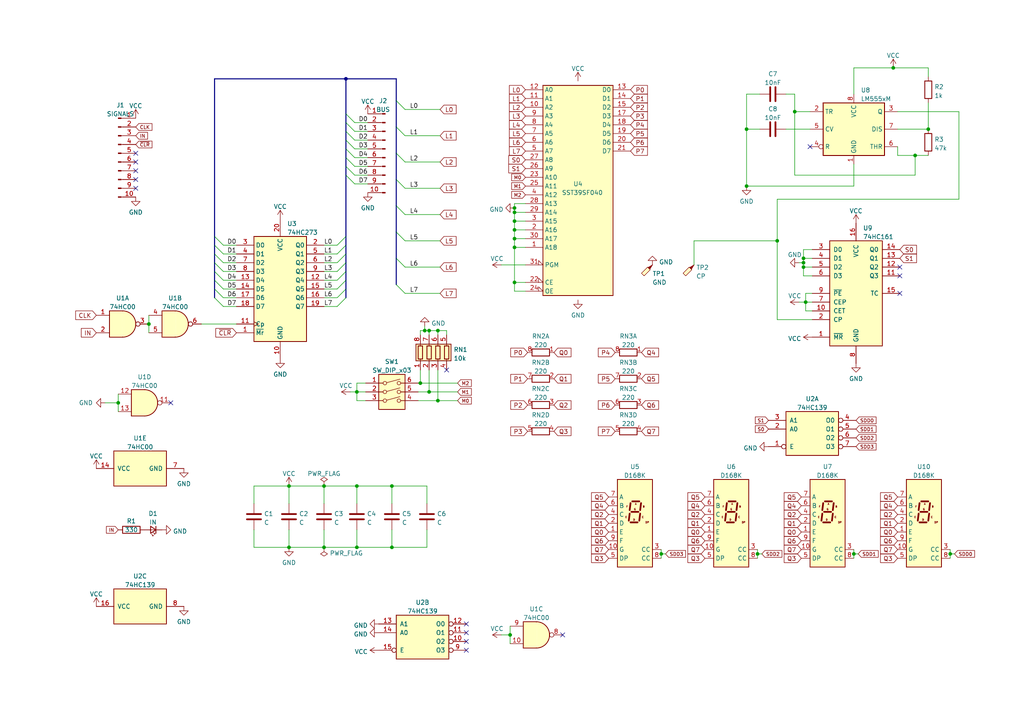
<source format=kicad_sch>
(kicad_sch (version 20231120) (generator "eeschema") (generator_version "8.0")
  (paper "A4")
  (lib_symbols
    (symbol "74xx:74HC00" (pin_names (offset 1.016))
      (property "Reference" "U" (at 0 1.27 0))
      (property "Value" "74HC00" (at 0 -1.27 0))
      (symbol "74HC00_1_1"
        (pin input line (at -7.62 2.54 0) (length 3.81) (name "~") (number "1"))
        (pin input line (at -7.62 -2.54 0) (length 3.81) (name "~") (number "2"))
        (pin output inverted (at 7.62 0 180) (length 3.81) (name "~") (number "3"))
      )
      (symbol "74HC00_1_2"
        (pin input inverted (at -7.62 2.54 0) (length 4.318) (name "~") (number "1"))
        (pin input inverted (at -7.62 -2.54 0) (length 4.318) (name "~") (number "2"))
        (pin output line (at 7.62 0 180) (length 3.81) (name "~") (number "3"))
      )
      (symbol "74HC00_2_1"
        (pin input line (at -7.62 2.54 0) (length 3.81) (name "~") (number "4"))
        (pin input line (at -7.62 -2.54 0) (length 3.81) (name "~") (number "5"))
        (pin output inverted (at 7.62 0 180) (length 3.81) (name "~") (number "6"))
      )
      (symbol "74HC00_2_2"
        (pin input inverted (at -7.62 2.54 0) (length 4.318) (name "~") (number "4"))
        (pin input inverted (at -7.62 -2.54 0) (length 4.318) (name "~") (number "5"))
        (pin output line (at 7.62 0 180) (length 3.81) (name "~") (number "6"))
      )
      (symbol "74HC00_3_1"
        (pin input line (at -7.62 -2.54 0) (length 3.81) (name "~") (number "10"))
        (pin output inverted (at 7.62 0 180) (length 3.81) (name "~") (number "8"))
        (pin input line (at -7.62 2.54 0) (length 3.81) (name "~") (number "9"))
      )
      (symbol "74HC00_3_2"
        (pin input inverted (at -7.62 -2.54 0) (length 4.318) (name "~") (number "10"))
        (pin output line (at 7.62 0 180) (length 3.81) (name "~") (number "8"))
        (pin input inverted (at -7.62 2.54 0) (length 4.318) (name "~") (number "9"))
      )
      (symbol "74HC00_4_1"
        (pin output inverted (at 7.62 0 180) (length 3.81) (name "~") (number "11"))
        (pin input line (at -7.62 2.54 0) (length 3.81) (name "~") (number "12"))
        (pin input line (at -7.62 -2.54 0) (length 3.81) (name "~") (number "13"))
      )
      (symbol "74HC00_4_2"
        (pin output line (at 7.62 0 180) (length 3.81) (name "~") (number "11"))
        (pin input inverted (at -7.62 2.54 0) (length 4.318) (name "~") (number "12"))
        (pin input inverted (at -7.62 -2.54 0) (length 4.318) (name "~") (number "13"))
      )
      (symbol "74HC00_5_0"
        (pin power_in line (at 0 12.7 270) (length 5.08) (name "VCC") (number "14"))
        (pin power_in line (at 0 -12.7 90) (length 5.08) (name "GND") (number "7"))
      )
    )
    (symbol "74xx:74HC273"
      (property "Reference" "U" (at -7.62 16.51 0))
      (property "Value" "74HC273" (at -7.62 -16.51 0))
      (symbol "74HC273_1_0"
        (pin input line (at -12.7 -12.7 0) (length 5.08) (name "~{Mr}") (number "1"))
        (pin power_in line (at 0 -20.32 90) (length 5.08) (name "GND") (number "10"))
        (pin input clock (at -12.7 -10.16 0) (length 5.08) (name "Cp") (number "11"))
        (pin output line (at 12.7 2.54 180) (length 5.08) (name "Q4") (number "12"))
        (pin input line (at -12.7 2.54 0) (length 5.08) (name "D4") (number "13"))
        (pin input line (at -12.7 0 0) (length 5.08) (name "D5") (number "14"))
        (pin output line (at 12.7 0 180) (length 5.08) (name "Q5") (number "15"))
        (pin output line (at 12.7 -2.54 180) (length 5.08) (name "Q6") (number "16"))
        (pin input line (at -12.7 -2.54 0) (length 5.08) (name "D6") (number "17"))
        (pin input line (at -12.7 -5.08 0) (length 5.08) (name "D7") (number "18"))
        (pin output line (at 12.7 -5.08 180) (length 5.08) (name "Q7") (number "19"))
        (pin output line (at 12.7 12.7 180) (length 5.08) (name "Q0") (number "2"))
        (pin power_in line (at 0 20.32 270) (length 5.08) (name "VCC") (number "20"))
        (pin input line (at -12.7 12.7 0) (length 5.08) (name "D0") (number "3"))
        (pin input line (at -12.7 10.16 0) (length 5.08) (name "D1") (number "4"))
        (pin output line (at 12.7 10.16 180) (length 5.08) (name "Q1") (number "5"))
        (pin output line (at 12.7 7.62 180) (length 5.08) (name "Q2") (number "6"))
        (pin input line (at -12.7 7.62 0) (length 5.08) (name "D2") (number "7"))
        (pin input line (at -12.7 5.08 0) (length 5.08) (name "D3") (number "8"))
        (pin output line (at 12.7 5.08 180) (length 5.08) (name "Q3") (number "9"))
      )
    )
    (symbol "74xx:74LS139" (pin_names (offset 1.016))
      (property "Reference" "U" (at -7.62 8.89 0))
      (property "Value" "74LS139" (at -7.62 -8.89 0))
      (symbol "74LS139_1_0"
        (pin input inverted (at -12.7 -5.08 0) (length 5.08) (name "E") (number "1"))
        (pin input line (at -12.7 0 0) (length 5.08) (name "A0") (number "2"))
        (pin input line (at -12.7 2.54 0) (length 5.08) (name "A1") (number "3"))
        (pin output inverted (at 12.7 2.54 180) (length 5.08) (name "O0") (number "4"))
        (pin output inverted (at 12.7 0 180) (length 5.08) (name "O1") (number "5"))
        (pin output inverted (at 12.7 -2.54 180) (length 5.08) (name "O2") (number "6"))
        (pin output inverted (at 12.7 -5.08 180) (length 5.08) (name "O3") (number "7"))
      )
      (symbol "74LS139_2_0"
        (pin output inverted (at 12.7 -2.54 180) (length 5.08) (name "O2") (number "10"))
        (pin output inverted (at 12.7 0 180) (length 5.08) (name "O1") (number "11"))
        (pin output inverted (at 12.7 2.54 180) (length 5.08) (name "O0") (number "12"))
        (pin input line (at -12.7 2.54 0) (length 5.08) (name "A1") (number "13"))
        (pin input line (at -12.7 0 0) (length 5.08) (name "A0") (number "14"))
        (pin input inverted (at -12.7 -5.08 0) (length 5.08) (name "E") (number "15"))
        (pin output inverted (at 12.7 -5.08 180) (length 5.08) (name "O3") (number "9"))
      )
      (symbol "74LS139_3_0"
        (pin power_in line (at 0 12.7 270) (length 5.08) (name "VCC") (number "16"))
        (pin power_in line (at 0 -12.7 90) (length 5.08) (name "GND") (number "8"))
      )
    )
    (symbol "74xx:74LS161" (pin_names (offset 1.016))
      (property "Reference" "U" (at -7.62 16.51 0))
      (property "Value" "74LS161" (at -7.62 -16.51 0))
      (symbol "74LS161_1_0"
        (pin input line (at -12.7 -12.7 0) (length 5.08) (name "~{MR}") (number "1"))
        (pin input line (at -12.7 -5.08 0) (length 5.08) (name "CET") (number "10"))
        (pin output line (at 12.7 5.08 180) (length 5.08) (name "Q3") (number "11"))
        (pin output line (at 12.7 7.62 180) (length 5.08) (name "Q2") (number "12"))
        (pin output line (at 12.7 10.16 180) (length 5.08) (name "Q1") (number "13"))
        (pin output line (at 12.7 12.7 180) (length 5.08) (name "Q0") (number "14"))
        (pin output line (at 12.7 0 180) (length 5.08) (name "TC") (number "15"))
        (pin power_in line (at 0 20.32 270) (length 5.08) (name "VCC") (number "16"))
        (pin input line (at -12.7 -7.62 0) (length 5.08) (name "CP") (number "2"))
        (pin input line (at -12.7 12.7 0) (length 5.08) (name "D0") (number "3"))
        (pin input line (at -12.7 10.16 0) (length 5.08) (name "D1") (number "4"))
        (pin input line (at -12.7 7.62 0) (length 5.08) (name "D2") (number "5"))
        (pin input line (at -12.7 5.08 0) (length 5.08) (name "D3") (number "6"))
        (pin input line (at -12.7 -2.54 0) (length 5.08) (name "CEP") (number "7"))
        (pin power_in line (at 0 -20.32 90) (length 5.08) (name "GND") (number "8"))
        (pin input line (at -12.7 0 0) (length 5.08) (name "~{PE}") (number "9"))
      )
    )
    (symbol "Connector:Conn_01x10_Male" (pin_names (offset 1.016) hide)
      (property "Reference" "J" (at 0 12.7 0))
      (property "Value" "Conn_01x10_Male" (at 0 -15.24 0))
      (symbol "Conn_01x10_Male_1_1"
        (pin passive line (at 5.08 10.16 180) (length 3.81) (name "Pin_1") (number "1"))
        (pin passive line (at 5.08 -12.7 180) (length 3.81) (name "Pin_10") (number "10"))
        (pin passive line (at 5.08 7.62 180) (length 3.81) (name "Pin_2") (number "2"))
        (pin passive line (at 5.08 5.08 180) (length 3.81) (name "Pin_3") (number "3"))
        (pin passive line (at 5.08 2.54 180) (length 3.81) (name "Pin_4") (number "4"))
        (pin passive line (at 5.08 0 180) (length 3.81) (name "Pin_5") (number "5"))
        (pin passive line (at 5.08 -2.54 180) (length 3.81) (name "Pin_6") (number "6"))
        (pin passive line (at 5.08 -5.08 180) (length 3.81) (name "Pin_7") (number "7"))
        (pin passive line (at 5.08 -7.62 180) (length 3.81) (name "Pin_8") (number "8"))
        (pin passive line (at 5.08 -10.16 180) (length 3.81) (name "Pin_9") (number "9"))
      )
    )
    (symbol "Connector:TestPoint_Probe" (pin_numbers hide) (pin_names (offset 0.762) hide)
      (property "Reference" "TP" (at 1.651 5.842 0))
      (property "Value" "TestPoint_Probe" (at 1.651 4.064 0))
      (symbol "TestPoint_Probe_1_1"
        (pin passive line (at 0 0 90) (length 0) (name "1") (number "1"))
      )
    )
    (symbol "Device:C" (pin_numbers hide) (pin_names (offset 0.254))
      (property "Reference" "C" (at 0.635 2.54 0))
      (property "Value" "C" (at 0.635 -2.54 0))
      (symbol "C_1_1"
        (pin passive line (at 0 3.81 270) (length 2.794) (name "~") (number "1"))
        (pin passive line (at 0 -3.81 90) (length 2.794) (name "~") (number "2"))
      )
    )
    (symbol "Device:LED_Small" (pin_numbers hide) (pin_names (offset 0.254) hide)
      (property "Reference" "D" (at -1.27 3.175 0))
      (property "Value" "LED_Small" (at -4.445 -2.54 0))
      (symbol "LED_Small_1_1"
        (pin passive line (at -2.54 0 0) (length 1.778) (name "K") (number "1"))
        (pin passive line (at 2.54 0 180) (length 1.778) (name "A") (number "2"))
      )
    )
    (symbol "Device:R" (pin_numbers hide) (pin_names (offset 0))
      (property "Reference" "R" (at 2.032 0 90))
      (property "Value" "R" (at 0 0 90))
      (symbol "R_1_1"
        (pin passive line (at 0 3.81 270) (length 1.27) (name "~") (number "1"))
        (pin passive line (at 0 -3.81 90) (length 1.27) (name "~") (number "2"))
      )
    )
    (symbol "Device:R_Pack04" (pin_names (offset 0) hide)
      (property "Reference" "RN" (at -7.62 0 90))
      (property "Value" "R_Pack04" (at 5.08 0 90))
      (symbol "R_Pack04_1_1"
        (pin passive line (at -5.08 -5.08 90) (length 2.54) (name "R1.1") (number "1"))
        (pin passive line (at -2.54 -5.08 90) (length 2.54) (name "R2.1") (number "2"))
        (pin passive line (at 0 -5.08 90) (length 2.54) (name "R3.1") (number "3"))
        (pin passive line (at 2.54 -5.08 90) (length 2.54) (name "R4.1") (number "4"))
        (pin passive line (at 2.54 5.08 270) (length 2.54) (name "R4.2") (number "5"))
        (pin passive line (at 0 5.08 270) (length 2.54) (name "R3.2") (number "6"))
        (pin passive line (at -2.54 5.08 270) (length 2.54) (name "R2.2") (number "7"))
        (pin passive line (at -5.08 5.08 270) (length 2.54) (name "R1.2") (number "8"))
      )
    )
    (symbol "Device:R_Pack04_Split" (pin_names (offset 0) hide)
      (property "Reference" "RN" (at 2.032 0 90))
      (property "Value" "R_Pack04_Split" (at 0 0 90))
      (symbol "R_Pack04_Split_1_1"
        (pin passive line (at 0 -3.81 90) (length 1.27) (name "R1.1") (number "1"))
        (pin passive line (at 0 3.81 270) (length 1.27) (name "R1.2") (number "8"))
      )
      (symbol "R_Pack04_Split_2_1"
        (pin passive line (at 0 -3.81 90) (length 1.27) (name "R2.1") (number "2"))
        (pin passive line (at 0 3.81 270) (length 1.27) (name "R2.2") (number "7"))
      )
      (symbol "R_Pack04_Split_3_1"
        (pin passive line (at 0 -3.81 90) (length 1.27) (name "R3.1") (number "3"))
        (pin passive line (at 0 3.81 270) (length 1.27) (name "R3.2") (number "6"))
      )
      (symbol "R_Pack04_Split_4_1"
        (pin passive line (at 0 -3.81 90) (length 1.27) (name "R4.1") (number "4"))
        (pin passive line (at 0 3.81 270) (length 1.27) (name "R4.2") (number "5"))
      )
    )
    (symbol "Display_Character:D168K"
      (property "Reference" "U" (at -2.54 13.97 0))
      (property "Value" "D168K" (at 1.27 13.97 0))
      (symbol "D168K_0_0"
        (text "A" (at 0.254 5.588 0) (effects (font (size 0.508 0.508))))
        (text "B" (at 2.54 4.826 0) (effects (font (size 0.508 0.508))))
        (text "C" (at 2.286 1.778 0) (effects (font (size 0.508 0.508))))
        (text "D" (at -0.254 1.016 0) (effects (font (size 0.508 0.508))))
        (text "DP" (at 3.556 0.254 0) (effects (font (size 0.508 0.508))))
        (text "E" (at -2.54 1.778 0) (effects (font (size 0.508 0.508))))
        (text "F" (at -2.286 4.826 0) (effects (font (size 0.508 0.508))))
        (text "G" (at 0 4.064 0) (effects (font (size 0.508 0.508))))
      )
      (symbol "D168K_1_1"
        (pin input line (at -7.62 -2.54 0) (length 2.54) (name "E") (number "1"))
        (pin input line (at -7.62 -7.62 0) (length 2.54) (name "G") (number "10"))
        (pin input line (at -7.62 0 0) (length 2.54) (name "D") (number "2"))
        (pin input line (at 7.62 -7.62 180) (length 2.54) (name "CC") (number "3"))
        (pin input line (at -7.62 2.54 0) (length 2.54) (name "C") (number "4"))
        (pin input line (at -7.62 -10.16 0) (length 2.54) (name "DP") (number "5"))
        (pin input line (at -7.62 5.08 0) (length 2.54) (name "B") (number "6"))
        (pin input line (at -7.62 7.62 0) (length 2.54) (name "A") (number "7"))
        (pin input line (at 7.62 -10.16 180) (length 2.54) (name "CC") (number "8"))
        (pin input line (at -7.62 -5.08 0) (length 2.54) (name "F") (number "9"))
      )
    )
    (symbol "Memory_Flash:SST39SF040"
      (property "Reference" "U" (at 2.54 33.02 0))
      (property "Value" "SST39SF040" (at 0 -30.48 0))
      (symbol "SST39SF040_0_0"
        (pin power_in line (at 0 -30.48 90) (length 1.27) hide (name "GND") (number "16"))
        (pin power_in line (at 0 33.02 270) (length 1.27) hide (name "VCC") (number "32"))
      )
      (symbol "SST39SF040_1_1"
        (pin input line (at -15.24 -15.24 0) (length 5.08) (name "A18") (number "1"))
        (pin input line (at -15.24 25.4 0) (length 5.08) (name "A2") (number "10"))
        (pin input line (at -15.24 27.94 0) (length 5.08) (name "A1") (number "11"))
        (pin input line (at -15.24 30.48 0) (length 5.08) (name "A0") (number "12"))
        (pin tri_state line (at 15.24 30.48 180) (length 5.08) (name "D0") (number "13"))
        (pin tri_state line (at 15.24 27.94 180) (length 5.08) (name "D1") (number "14"))
        (pin tri_state line (at 15.24 25.4 180) (length 5.08) (name "D2") (number "15"))
        (pin tri_state line (at 15.24 22.86 180) (length 5.08) (name "D3") (number "17"))
        (pin tri_state line (at 15.24 20.32 180) (length 5.08) (name "D4") (number "18"))
        (pin tri_state line (at 15.24 17.78 180) (length 5.08) (name "D5") (number "19"))
        (pin input line (at -15.24 -10.16 0) (length 5.08) (name "A16") (number "2"))
        (pin tri_state line (at 15.24 15.24 180) (length 5.08) (name "D6") (number "20"))
        (pin tri_state line (at 15.24 12.7 180) (length 5.08) (name "D7") (number "21"))
        (pin input input_low (at -15.24 -25.4 0) (length 5.08) (name "CE") (number "22"))
        (pin input line (at -15.24 5.08 0) (length 5.08) (name "A10") (number "23"))
        (pin input input_low (at -15.24 -27.94 0) (length 5.08) (name "OE") (number "24"))
        (pin input line (at -15.24 2.54 0) (length 5.08) (name "A11") (number "25"))
        (pin input line (at -15.24 7.62 0) (length 5.08) (name "A9") (number "26"))
        (pin input line (at -15.24 10.16 0) (length 5.08) (name "A8") (number "27"))
        (pin input line (at -15.24 -2.54 0) (length 5.08) (name "A13") (number "28"))
        (pin input line (at -15.24 -5.08 0) (length 5.08) (name "A14") (number "29"))
        (pin input line (at -15.24 -7.62 0) (length 5.08) (name "A15") (number "3"))
        (pin input line (at -15.24 -12.7 0) (length 5.08) (name "A17") (number "30"))
        (pin input input_low (at -15.24 -20.32 0) (length 5.08) (name "PGM") (number "31"))
        (pin input line (at -15.24 0 0) (length 5.08) (name "A12") (number "4"))
        (pin input line (at -15.24 12.7 0) (length 5.08) (name "A7") (number "5"))
        (pin input line (at -15.24 15.24 0) (length 5.08) (name "A6") (number "6"))
        (pin input line (at -15.24 17.78 0) (length 5.08) (name "A5") (number "7"))
        (pin input line (at -15.24 20.32 0) (length 5.08) (name "A4") (number "8"))
        (pin input line (at -15.24 22.86 0) (length 5.08) (name "A3") (number "9"))
      )
    )
    (symbol "Switch:SW_DIP_x03" (pin_names (offset 0) hide)
      (property "Reference" "SW" (at 0 8.89 0))
      (property "Value" "SW_DIP_x03" (at 0 -3.81 0))
      (symbol "SW_DIP_x03_1_1"
        (pin passive line (at -7.62 5.08 0) (length 5.08) (name "~") (number "1"))
        (pin passive line (at -7.62 2.54 0) (length 5.08) (name "~") (number "2"))
        (pin passive line (at -7.62 0 0) (length 5.08) (name "~") (number "3"))
        (pin passive line (at 7.62 0 180) (length 5.08) (name "~") (number "4"))
        (pin passive line (at 7.62 2.54 180) (length 5.08) (name "~") (number "5"))
        (pin passive line (at 7.62 5.08 180) (length 5.08) (name "~") (number "6"))
      )
    )
    (symbol "Timer:LM555xM"
      (property "Reference" "U" (at -10.16 8.89 0))
      (property "Value" "LM555xM" (at 2.54 8.89 0))
      (symbol "LM555xM_0_0"
        (pin power_in line (at 0 -10.16 90) (length 2.54) (name "GND") (number "1"))
        (pin power_in line (at 0 10.16 270) (length 2.54) (name "VCC") (number "8"))
      )
      (symbol "LM555xM_1_1"
        (pin input line (at -12.7 5.08 0) (length 3.81) (name "TR") (number "2"))
        (pin output line (at 12.7 5.08 180) (length 3.81) (name "Q") (number "3"))
        (pin input inverted (at -12.7 -5.08 0) (length 3.81) (name "R") (number "4"))
        (pin input line (at -12.7 0 0) (length 3.81) (name "CV") (number "5"))
        (pin input line (at 12.7 -5.08 180) (length 3.81) (name "THR") (number "6"))
        (pin input line (at 12.7 0 180) (length 3.81) (name "DIS") (number "7"))
      )
    )
    (symbol "power:GND" (power) (pin_names (offset 0))
      (property "Value" "GND" (at 0 -3.81 0))
      (symbol "GND_1_1"
        (pin power_in line (at 0 0 270) (length 0) hide (name "GND") (number "1"))
      )
    )
    (symbol "power:PWR_FLAG" (power) (pin_numbers hide) (pin_names (offset 0) hide)
      (property "Value" "PWR_FLAG" (at 0 3.81 0))
      (symbol "PWR_FLAG_0_0"
        (pin power_out line (at 0 0 90) (length 0) (name "pwr") (number "1"))
      )
    )
    (symbol "power:VCC" (power) (pin_names (offset 0))
      (property "Value" "VCC" (at 0 3.81 0))
      (symbol "VCC_1_1"
        (pin power_in line (at 0 0 90) (length 0) hide (name "VCC") (number "1"))
      )
    )
  )
  (junction (at 93.98 140.97))
  (junction (at 230.505 32.385))
  (junction (at 149.225 81.915))
  (junction (at 233.045 77.47))
  (junction (at 113.665 140.97))
  (junction (at 265.43 45.085))
  (junction (at 127 95.885))
  (junction (at 100.33 22.86))
  (junction (at 149.225 71.755))
  (junction (at 149.225 66.675))
  (junction (at 269.24 37.465))
  (junction (at 233.045 76.2))
  (junction (at 225.425 69.85))
  (junction (at 149.225 69.215))
  (junction (at 113.665 158.75))
  (junction (at 103.505 158.75))
  (junction (at 124.46 113.665))
  (junction (at 83.82 140.97))
  (junction (at 43.18 93.98))
  (junction (at 247.65 160.655))
  (junction (at 123.19 95.885))
  (junction (at 216.535 37.465))
  (junction (at 124.46 95.885))
  (junction (at 121.92 111.125))
  (junction (at 219.71 160.655))
  (junction (at 93.98 158.75))
  (junction (at 275.59 160.655))
  (junction (at 103.505 113.665))
  (junction (at 149.225 64.135))
  (junction (at 149.225 60.325))
  (junction (at 259.08 19.685))
  (junction (at 103.505 140.97))
  (junction (at 34.29 116.84))
  (junction (at 149.225 61.595))
  (junction (at 147.955 184.15))
  (junction (at 233.045 74.93))
  (junction (at 216.535 53.975))
  (junction (at 233.68 87.63))
  (junction (at 83.82 158.75))
  (junction (at 127 116.205))
  (junction (at 191.77 160.655))
  (no_connect (at 163.195 184.15))
  (no_connect (at 260.985 80.01))
  (no_connect (at 260.985 77.47))
  (no_connect (at 260.985 85.09))
  (no_connect (at 129.54 107.315))
  (no_connect (at 135.255 186.055))
  (no_connect (at 135.255 183.515))
  (no_connect (at 135.255 188.595))
  (no_connect (at 135.255 180.975))
  (no_connect (at 39.37 54.61))
  (no_connect (at 39.37 52.07))
  (no_connect (at 39.37 49.53))
  (no_connect (at 39.37 46.99))
  (no_connect (at 49.53 116.84))
  (no_connect (at 39.37 44.45))
  (no_connect (at 234.95 42.545))
  (bus_entry (at 97.79 78.74) (size 2.54 -2.54))
  (bus_entry (at 64.77 88.9) (size -2.54 -2.54))
  (bus_entry (at 64.77 71.12) (size -2.54 -2.54))
  (bus_entry (at 117.475 39.37) (size -2.54 -2.54))
  (bus_entry (at 97.79 73.66) (size 2.54 -2.54))
  (bus_entry (at 117.475 31.75) (size -2.54 -2.54))
  (bus_entry (at 64.77 81.28) (size -2.54 -2.54))
  (bus_entry (at 97.79 83.82) (size 2.54 -2.54))
  (bus_entry (at 64.77 78.74) (size -2.54 -2.54))
  (bus_entry (at 64.77 83.82) (size -2.54 -2.54))
  (bus_entry (at 97.79 81.28) (size 2.54 -2.54))
  (bus_entry (at 97.79 71.12) (size 2.54 -2.54))
  (bus_entry (at 117.475 69.85) (size -2.54 -2.54))
  (bus_entry (at 64.77 73.66) (size -2.54 -2.54))
  (bus_entry (at 117.475 54.61) (size -2.54 -2.54))
  (bus_entry (at 117.475 85.09) (size -2.54 -2.54))
  (bus_entry (at 97.79 88.9) (size 2.54 -2.54))
  (bus_entry (at 97.79 86.36) (size 2.54 -2.54))
  (bus_entry (at 117.475 62.23) (size -2.54 -2.54))
  (bus_entry (at 64.77 76.2) (size -2.54 -2.54))
  (bus_entry (at 117.475 46.99) (size -2.54 -2.54))
  (bus_entry (at 97.79 76.2) (size 2.54 -2.54))
  (bus_entry (at 64.77 86.36) (size -2.54 -2.54))
  (bus_entry (at 117.475 77.47) (size -2.54 -2.54))
  (bus_entry (at 102.87 35.56) (size -2.54 -2.54))
  (bus_entry (at 102.87 38.1) (size -2.54 -2.54))
  (bus_entry (at 102.87 40.64) (size -2.54 -2.54))
  (bus_entry (at 102.87 45.72) (size -2.54 -2.54))
  (bus_entry (at 102.87 43.18) (size -2.54 -2.54))
  (bus_entry (at 102.87 53.34) (size -2.54 -2.54))
  (bus_entry (at 102.87 48.26) (size -2.54 -2.54))
  (bus_entry (at 102.87 50.8) (size -2.54 -2.54))
  (wire (pts (xy 121.92 95.885) (xy 123.19 95.885)))
  (wire (pts (xy 73.66 153.67) (xy 73.66 158.75)))
  (wire (pts (xy 216.535 53.975) (xy 216.535 37.465)))
  (wire (pts (xy 216.535 37.465) (xy 220.345 37.465)))
  (wire (pts (xy 201.295 76.835) (xy 201.295 69.85)))
  (wire (pts (xy 233.68 85.09) (xy 235.585 85.09)))
  (wire (pts (xy 231.775 87.63) (xy 233.68 87.63)))
  (wire (pts (xy 147.955 184.15) (xy 145.415 184.15)))
  (wire (pts (xy 233.045 74.93) (xy 235.585 74.93)))
  (bus (pts (xy 100.33 22.86) (xy 100.33 33.02)))
  (wire (pts (xy 230.505 32.385) (xy 230.505 27.305)))
  (bus (pts (xy 100.33 40.64) (xy 100.33 43.18)))
  (wire (pts (xy 233.045 77.47) (xy 233.045 80.01)))
  (wire (pts (xy 265.43 50.8) (xy 230.505 50.8)))
  (wire (pts (xy 103.505 153.67) (xy 103.505 158.75)))
  (wire (pts (xy 117.475 77.47) (xy 127.635 77.47)))
  (wire (pts (xy 265.43 45.085) (xy 260.35 45.085)))
  (bus (pts (xy 100.33 76.2) (xy 100.33 78.74)))
  (wire (pts (xy 106.68 43.18) (xy 102.87 43.18)))
  (wire (pts (xy 247.65 160.655) (xy 248.92 160.655)))
  (wire (pts (xy 275.59 160.655) (xy 275.59 161.925)))
  (wire (pts (xy 93.98 71.12) (xy 97.79 71.12)))
  (wire (pts (xy 219.71 160.655) (xy 219.71 161.925)))
  (wire (pts (xy 73.66 158.75) (xy 83.82 158.75)))
  (bus (pts (xy 114.935 44.45) (xy 114.935 52.07)))
  (wire (pts (xy 106.68 53.34) (xy 102.87 53.34)))
  (wire (pts (xy 121.285 111.125) (xy 121.92 111.125)))
  (wire (pts (xy 68.58 71.12) (xy 64.77 71.12)))
  (wire (pts (xy 121.92 107.315) (xy 121.92 111.125)))
  (wire (pts (xy 127 116.205) (xy 132.715 116.205)))
  (wire (pts (xy 106.68 50.8) (xy 102.87 50.8)))
  (wire (pts (xy 127 107.315) (xy 127 116.205)))
  (wire (pts (xy 149.225 69.215) (xy 149.225 71.755)))
  (bus (pts (xy 114.935 29.21) (xy 114.935 36.83)))
  (bus (pts (xy 114.935 52.07) (xy 114.935 59.69)))
  (wire (pts (xy 230.505 27.305) (xy 227.965 27.305)))
  (wire (pts (xy 269.24 19.685) (xy 259.08 19.685)))
  (wire (pts (xy 103.505 140.97) (xy 93.98 140.97)))
  (bus (pts (xy 100.33 81.28) (xy 100.33 83.82)))
  (wire (pts (xy 149.225 71.755) (xy 149.225 81.915)))
  (wire (pts (xy 43.18 93.98) (xy 43.18 96.52)))
  (bus (pts (xy 62.23 81.28) (xy 62.23 78.74)))
  (bus (pts (xy 100.33 71.12) (xy 100.33 73.66)))
  (wire (pts (xy 149.225 64.135) (xy 152.4 64.135)))
  (bus (pts (xy 114.935 22.86) (xy 114.935 29.21)))
  (wire (pts (xy 73.66 140.97) (xy 83.82 140.97)))
  (wire (pts (xy 93.98 158.75) (xy 103.505 158.75)))
  (wire (pts (xy 106.68 48.26) (xy 102.87 48.26)))
  (wire (pts (xy 269.24 22.225) (xy 269.24 19.685)))
  (bus (pts (xy 62.23 68.58) (xy 62.23 22.86)))
  (bus (pts (xy 100.33 43.18) (xy 100.33 45.72)))
  (bus (pts (xy 62.23 71.12) (xy 62.23 68.58)))
  (wire (pts (xy 117.475 62.23) (xy 127.635 62.23)))
  (wire (pts (xy 225.425 69.85) (xy 225.425 92.71)))
  (bus (pts (xy 62.23 76.2) (xy 62.23 73.66)))
  (wire (pts (xy 147.955 181.61) (xy 147.955 184.15)))
  (wire (pts (xy 225.425 92.71) (xy 235.585 92.71)))
  (wire (pts (xy 121.92 111.125) (xy 132.715 111.125)))
  (wire (pts (xy 123.825 146.05) (xy 123.825 140.97)))
  (wire (pts (xy 227.965 37.465) (xy 234.95 37.465)))
  (bus (pts (xy 100.33 68.58) (xy 100.33 71.12)))
  (wire (pts (xy 233.045 76.2) (xy 233.045 77.47)))
  (wire (pts (xy 231.775 76.2) (xy 233.045 76.2)))
  (wire (pts (xy 247.65 47.625) (xy 247.65 53.975)))
  (wire (pts (xy 58.42 93.98) (xy 68.58 93.98)))
  (wire (pts (xy 233.68 90.17) (xy 235.585 90.17)))
  (bus (pts (xy 100.33 78.74) (xy 100.33 81.28)))
  (wire (pts (xy 247.65 19.685) (xy 247.65 27.305)))
  (wire (pts (xy 34.29 116.84) (xy 34.29 114.3)))
  (wire (pts (xy 101.6 113.665) (xy 103.505 113.665)))
  (wire (pts (xy 83.82 140.97) (xy 93.98 140.97)))
  (bus (pts (xy 62.23 86.36) (xy 62.23 83.82)))
  (bus (pts (xy 100.33 33.02) (xy 100.33 35.56)))
  (wire (pts (xy 269.24 37.465) (xy 269.24 29.845)))
  (wire (pts (xy 106.68 40.64) (xy 102.87 40.64)))
  (wire (pts (xy 117.475 46.99) (xy 127.635 46.99)))
  (wire (pts (xy 124.46 107.315) (xy 124.46 113.665)))
  (wire (pts (xy 149.225 69.215) (xy 152.4 69.215)))
  (wire (pts (xy 216.535 37.465) (xy 216.535 27.305)))
  (wire (pts (xy 121.285 113.665) (xy 124.46 113.665)))
  (bus (pts (xy 100.33 73.66) (xy 100.33 76.2)))
  (wire (pts (xy 117.475 39.37) (xy 127.635 39.37)))
  (wire (pts (xy 93.98 88.9) (xy 97.79 88.9)))
  (bus (pts (xy 100.33 35.56) (xy 100.33 38.1)))
  (bus (pts (xy 100.33 50.8) (xy 100.33 68.58)))
  (wire (pts (xy 247.65 160.655) (xy 247.65 161.925)))
  (wire (pts (xy 201.295 69.85) (xy 225.425 69.85)))
  (wire (pts (xy 124.46 113.665) (xy 132.715 113.665)))
  (wire (pts (xy 117.475 54.61) (xy 127.635 54.61)))
  (wire (pts (xy 123.825 158.75) (xy 123.825 153.67)))
  (wire (pts (xy 233.045 72.39) (xy 235.585 72.39)))
  (wire (pts (xy 147.955 184.15) (xy 147.955 186.69)))
  (wire (pts (xy 68.58 86.36) (xy 64.77 86.36)))
  (wire (pts (xy 103.505 113.665) (xy 103.505 116.205)))
  (bus (pts (xy 100.33 22.86) (xy 114.935 22.86)))
  (wire (pts (xy 225.425 57.785) (xy 225.425 69.85)))
  (wire (pts (xy 191.77 159.385) (xy 191.77 160.655)))
  (wire (pts (xy 83.82 153.67) (xy 83.82 158.75)))
  (wire (pts (xy 127 95.885) (xy 127 97.155)))
  (wire (pts (xy 113.665 140.97) (xy 103.505 140.97)))
  (wire (pts (xy 106.68 38.1) (xy 102.87 38.1)))
  (wire (pts (xy 149.225 66.675) (xy 152.4 66.675)))
  (wire (pts (xy 103.505 158.75) (xy 113.665 158.75)))
  (wire (pts (xy 260.35 32.385) (xy 278.13 32.385)))
  (wire (pts (xy 106.68 35.56) (xy 102.87 35.56)))
  (wire (pts (xy 43.18 91.44) (xy 43.18 93.98)))
  (wire (pts (xy 68.58 83.82) (xy 64.77 83.82)))
  (wire (pts (xy 259.08 19.685) (xy 247.65 19.685)))
  (wire (pts (xy 93.98 158.75) (xy 83.82 158.75)))
  (wire (pts (xy 149.225 81.915) (xy 149.225 84.455)))
  (wire (pts (xy 93.98 73.66) (xy 97.79 73.66)))
  (wire (pts (xy 233.045 74.93) (xy 233.045 72.39)))
  (wire (pts (xy 265.43 45.085) (xy 265.43 50.8)))
  (wire (pts (xy 127 95.885) (xy 129.54 95.885)))
  (wire (pts (xy 278.13 32.385) (xy 278.13 57.785)))
  (wire (pts (xy 123.19 95.885) (xy 124.46 95.885)))
  (wire (pts (xy 233.045 77.47) (xy 235.585 77.47)))
  (wire (pts (xy 149.225 84.455) (xy 152.4 84.455)))
  (wire (pts (xy 103.505 111.125) (xy 106.045 111.125)))
  (wire (pts (xy 233.045 76.2) (xy 233.045 74.93)))
  (wire (pts (xy 93.98 153.67) (xy 93.98 158.75)))
  (wire (pts (xy 275.59 159.385) (xy 275.59 160.655)))
  (bus (pts (xy 100.33 48.26) (xy 100.33 50.8)))
  (wire (pts (xy 260.35 45.085) (xy 260.35 42.545)))
  (wire (pts (xy 93.98 81.28) (xy 97.79 81.28)))
  (bus (pts (xy 114.935 67.31) (xy 114.935 74.93)))
  (bus (pts (xy 62.23 73.66) (xy 62.23 71.12)))
  (wire (pts (xy 83.82 140.97) (xy 83.82 146.05)))
  (wire (pts (xy 68.58 76.2) (xy 64.77 76.2)))
  (wire (pts (xy 117.475 69.85) (xy 127.635 69.85)))
  (wire (pts (xy 149.225 59.055) (xy 149.225 60.325)))
  (wire (pts (xy 93.98 86.36) (xy 97.79 86.36)))
  (wire (pts (xy 233.68 87.63) (xy 233.68 90.17)))
  (bus (pts (xy 100.33 83.82) (xy 100.33 86.36)))
  (wire (pts (xy 123.825 140.97) (xy 113.665 140.97)))
  (wire (pts (xy 219.71 159.385) (xy 219.71 160.655)))
  (bus (pts (xy 114.935 59.69) (xy 114.935 67.31)))
  (wire (pts (xy 233.68 87.63) (xy 233.68 85.09)))
  (wire (pts (xy 191.77 160.655) (xy 193.04 160.655)))
  (wire (pts (xy 106.68 45.72) (xy 102.87 45.72)))
  (wire (pts (xy 149.225 71.755) (xy 152.4 71.755)))
  (wire (pts (xy 233.68 87.63) (xy 235.585 87.63)))
  (wire (pts (xy 103.505 140.97) (xy 103.505 146.05)))
  (wire (pts (xy 149.225 61.595) (xy 149.225 64.135)))
  (wire (pts (xy 68.58 88.9) (xy 64.77 88.9)))
  (wire (pts (xy 278.13 57.785) (xy 225.425 57.785)))
  (wire (pts (xy 149.225 61.595) (xy 152.4 61.595)))
  (wire (pts (xy 129.54 95.885) (xy 129.54 97.155)))
  (wire (pts (xy 93.98 140.97) (xy 93.98 146.05)))
  (wire (pts (xy 149.225 59.055) (xy 152.4 59.055)))
  (bus (pts (xy 114.935 74.93) (xy 114.935 82.55)))
  (wire (pts (xy 230.505 50.8) (xy 230.505 32.385)))
  (wire (pts (xy 103.505 113.665) (xy 106.045 113.665)))
  (wire (pts (xy 113.665 158.75) (xy 123.825 158.75)))
  (wire (pts (xy 191.77 160.655) (xy 191.77 161.925)))
  (wire (pts (xy 68.58 73.66) (xy 64.77 73.66)))
  (wire (pts (xy 68.58 81.28) (xy 64.77 81.28)))
  (wire (pts (xy 117.475 85.09) (xy 127.635 85.09)))
  (wire (pts (xy 216.535 27.305) (xy 220.345 27.305)))
  (wire (pts (xy 124.46 95.885) (xy 127 95.885)))
  (bus (pts (xy 62.23 83.82) (xy 62.23 81.28)))
  (wire (pts (xy 113.665 153.67) (xy 113.665 158.75)))
  (wire (pts (xy 103.505 113.665) (xy 103.505 111.125)))
  (wire (pts (xy 260.35 37.465) (xy 269.24 37.465)))
  (wire (pts (xy 269.24 45.085) (xy 265.43 45.085)))
  (wire (pts (xy 230.505 32.385) (xy 234.95 32.385)))
  (wire (pts (xy 121.285 116.205) (xy 127 116.205)))
  (wire (pts (xy 93.98 76.2) (xy 97.79 76.2)))
  (wire (pts (xy 219.71 160.655) (xy 220.98 160.655)))
  (wire (pts (xy 275.59 160.655) (xy 276.86 160.655)))
  (wire (pts (xy 93.98 83.82) (xy 97.79 83.82)))
  (wire (pts (xy 149.225 66.675) (xy 149.225 69.215)))
  (wire (pts (xy 247.65 53.975) (xy 216.535 53.975)))
  (wire (pts (xy 123.19 94.615) (xy 123.19 95.885)))
  (wire (pts (xy 149.225 60.325) (xy 149.225 61.595)))
  (bus (pts (xy 62.23 22.86) (xy 100.33 22.86)))
  (wire (pts (xy 233.045 80.01) (xy 235.585 80.01)))
  (wire (pts (xy 73.66 140.97) (xy 73.66 146.05)))
  (wire (pts (xy 103.505 116.205) (xy 106.045 116.205)))
  (wire (pts (xy 149.225 64.135) (xy 149.225 66.675)))
  (wire (pts (xy 121.92 97.155) (xy 121.92 95.885)))
  (wire (pts (xy 68.58 78.74) (xy 64.77 78.74)))
  (bus (pts (xy 100.33 38.1) (xy 100.33 40.64)))
  (wire (pts (xy 93.98 78.74) (xy 97.79 78.74)))
  (wire (pts (xy 117.475 31.75) (xy 127.635 31.75)))
  (wire (pts (xy 247.65 159.385) (xy 247.65 160.655)))
  (bus (pts (xy 114.935 36.83) (xy 114.935 44.45)))
  (bus (pts (xy 62.23 78.74) (xy 62.23 76.2)))
  (wire (pts (xy 34.29 116.84) (xy 34.29 119.38)))
  (wire (pts (xy 113.665 140.97) (xy 113.665 146.05)))
  (wire (pts (xy 30.48 116.84) (xy 34.29 116.84)))
  (wire (pts (xy 149.225 81.915) (xy 152.4 81.915)))
  (bus (pts (xy 100.33 45.72) (xy 100.33 48.26)))
  (wire (pts (xy 145.415 76.835) (xy 152.4 76.835)))
  (wire (pts (xy 124.46 95.885) (xy 124.46 97.155)))
  (label "D0" (at 68.58 71.12 180))
  (label "D4" (at 106.68 45.72 180))
  (label "D7" (at 68.58 88.9 180))
  (label "L4" (at 93.98 81.28 0))
  (label "D2" (at 68.58 76.2 180))
  (label "D5" (at 68.58 83.82 180))
  (label "D0" (at 106.68 35.56 180))
  (label "D6" (at 68.58 86.36 180))
  (label "L1" (at 93.98 73.66 0))
  (label "D1" (at 106.68 38.1 180))
  (label "L1" (at 121.285 39.37 180))
  (label "D3" (at 68.58 78.74 180))
  (label "L7" (at 93.98 88.9 0))
  (label "D4" (at 68.58 81.28 180))
  (label "L6" (at 121.285 77.47 180))
  (label "L0" (at 93.98 71.12 0))
  (label "L7" (at 121.285 85.09 180))
  (label "L0" (at 121.285 31.75 180))
  (label "L4" (at 121.285 62.23 180))
  (label "L3" (at 93.98 78.74 0))
  (label "L5" (at 93.98 83.82 0))
  (label "D1" (at 68.58 73.66 180))
  (label "L2" (at 121.285 46.99 180))
  (label "D2" (at 106.68 40.64 180))
  (label "D3" (at 106.68 43.18 180))
  (label "D7" (at 106.68 53.34 180))
  (label "L5" (at 121.285 69.85 180))
  (label "L2" (at 93.98 76.2 0))
  (label "L6" (at 93.98 86.36 0))
  (label "D5" (at 106.68 48.26 180))
  (label "D6" (at 106.68 50.8 180))
  (label "L3" (at 121.285 54.61 180))
  (global_label "Q4" (shape input) (at 204.47 146.685 180) (property "Intersheetrefs" "${INTERSHEET_REFS}" (effects (hide yes))))
  (global_label "S1" (shape input) (at 260.985 74.93 0) (property "Intersheetrefs" "${INTERSHEET_REFS}" (effects (hide yes))))
  (global_label "CLK" (shape input) (at 39.37 36.83 0) (effects (font (size 1 1))) (property "Intersheetrefs" "${INTERSHEET_REFS}" (effects (hide yes))))
  (global_label "P7" (shape input) (at 182.88 43.815 0) (property "Intersheetrefs" "${INTERSHEET_REFS}" (effects (hide yes))))
  (global_label "L2" (shape input) (at 127.635 46.99 0) (property "Intersheetrefs" "${INTERSHEET_REFS}" (effects (hide yes))))
  (global_label "P4" (shape input) (at 182.88 36.195 0) (property "Intersheetrefs" "${INTERSHEET_REFS}" (effects (hide yes))))
  (global_label "Q5" (shape input) (at 176.53 144.145 180) (property "Intersheetrefs" "${INTERSHEET_REFS}" (effects (hide yes))))
  (global_label "Q2" (shape input) (at 204.47 149.225 180) (property "Intersheetrefs" "${INTERSHEET_REFS}" (effects (hide yes))))
  (global_label "Q4" (shape input) (at 176.53 146.685 180) (property "Intersheetrefs" "${INTERSHEET_REFS}" (effects (hide yes))))
  (global_label "Q6" (shape input) (at 232.41 156.845 180) (property "Intersheetrefs" "${INTERSHEET_REFS}" (effects (hide yes))))
  (global_label "Q3" (shape input) (at 232.41 161.925 180) (property "Intersheetrefs" "${INTERSHEET_REFS}" (effects (hide yes))))
  (global_label "Q1" (shape input) (at 204.47 151.765 180) (property "Intersheetrefs" "${INTERSHEET_REFS}" (effects (hide yes))))
  (global_label "IN" (shape input) (at 39.37 39.37 0) (effects (font (size 1 1))) (property "Intersheetrefs" "${INTERSHEET_REFS}" (effects (hide yes))))
  (global_label "P2" (shape input) (at 182.88 31.115 0) (property "Intersheetrefs" "${INTERSHEET_REFS}" (effects (hide yes))))
  (global_label "L4" (shape input) (at 127.635 62.23 0) (property "Intersheetrefs" "${INTERSHEET_REFS}" (effects (hide yes))))
  (global_label "Q1" (shape input) (at 160.655 109.855 0) (property "Intersheetrefs" "${INTERSHEET_REFS}" (effects (hide yes))))
  (global_label "Q0" (shape input) (at 232.41 154.305 180) (property "Intersheetrefs" "${INTERSHEET_REFS}" (effects (hide yes))))
  (global_label "Q0" (shape input) (at 176.53 154.305 180) (property "Intersheetrefs" "${INTERSHEET_REFS}" (effects (hide yes))))
  (global_label "Q4" (shape input) (at 232.41 146.685 180) (property "Intersheetrefs" "${INTERSHEET_REFS}" (effects (hide yes))))
  (global_label "SDD3" (shape input) (at 248.285 129.54 0) (effects (font (size 1 1))) (property "Intersheetrefs" "${INTERSHEET_REFS}" (effects (hide yes))))
  (global_label "P3" (shape input) (at 153.035 125.095 180) (property "Intersheetrefs" "${INTERSHEET_REFS}" (effects (hide yes))))
  (global_label "L3" (shape input) (at 127.635 54.61 0) (property "Intersheetrefs" "${INTERSHEET_REFS}" (effects (hide yes))))
  (global_label "L6" (shape input) (at 152.4 41.275 180) (property "Intersheetrefs" "${INTERSHEET_REFS}" (effects (hide yes))))
  (global_label "M2" (shape input) (at 132.715 111.125 0) (effects (font (size 1 1))) (property "Intersheetrefs" "${INTERSHEET_REFS}" (effects (hide yes))))
  (global_label "Q4" (shape input) (at 260.35 146.685 180) (property "Intersheetrefs" "${INTERSHEET_REFS}" (effects (hide yes))))
  (global_label "Q7" (shape input) (at 186.055 125.095 0) (property "Intersheetrefs" "${INTERSHEET_REFS}" (effects (hide yes))))
  (global_label "Q6" (shape input) (at 260.35 156.845 180) (property "Intersheetrefs" "${INTERSHEET_REFS}" (effects (hide yes))))
  (global_label "Q3" (shape input) (at 160.655 125.095 0) (property "Intersheetrefs" "${INTERSHEET_REFS}" (effects (hide yes))))
  (global_label "Q0" (shape input) (at 204.47 154.305 180) (property "Intersheetrefs" "${INTERSHEET_REFS}" (effects (hide yes))))
  (global_label "P0" (shape input) (at 182.88 26.035 0) (property "Intersheetrefs" "${INTERSHEET_REFS}" (effects (hide yes))))
  (global_label "Q3" (shape input) (at 176.53 161.925 180) (property "Intersheetrefs" "${INTERSHEET_REFS}" (effects (hide yes))))
  (global_label "S0" (shape input) (at 222.885 124.46 180) (effects (font (size 1 1))) (property "Intersheetrefs" "${INTERSHEET_REFS}" (effects (hide yes))))
  (global_label "P3" (shape input) (at 182.88 33.655 0) (property "Intersheetrefs" "${INTERSHEET_REFS}" (effects (hide yes))))
  (global_label "L3" (shape input) (at 152.4 33.655 180) (property "Intersheetrefs" "${INTERSHEET_REFS}" (effects (hide yes))))
  (global_label "IN" (shape input) (at 34.29 153.67 180) (effects (font (size 1 1))) (property "Intersheetrefs" "${INTERSHEET_REFS}" (effects (hide yes))))
  (global_label "L0" (shape input) (at 152.4 26.035 180) (property "Intersheetrefs" "${INTERSHEET_REFS}" (effects (hide yes))))
  (global_label "P2" (shape input) (at 153.035 117.475 180) (property "Intersheetrefs" "${INTERSHEET_REFS}" (effects (hide yes))))
  (global_label "L5" (shape input) (at 152.4 38.735 180) (property "Intersheetrefs" "${INTERSHEET_REFS}" (effects (hide yes))))
  (global_label "SDD2" (shape input) (at 220.98 160.655 0) (effects (font (size 1 1))) (property "Intersheetrefs" "${INTERSHEET_REFS}" (effects (hide yes))))
  (global_label "M1" (shape input) (at 152.4 53.975 180) (effects (font (size 1 1))) (property "Intersheetrefs" "${INTERSHEET_REFS}" (effects (hide yes))))
  (global_label "M2" (shape input) (at 152.4 56.515 180) (effects (font (size 1 1))) (property "Intersheetrefs" "${INTERSHEET_REFS}" (effects (hide yes))))
  (global_label "IN" (shape input) (at 27.94 96.52 180) (property "Intersheetrefs" "${INTERSHEET_REFS}" (effects (hide yes))))
  (global_label "M0" (shape input) (at 132.715 116.205 0) (effects (font (size 1 1))) (property "Intersheetrefs" "${INTERSHEET_REFS}" (effects (hide yes))))
  (global_label "L7" (shape input) (at 152.4 43.815 180) (property "Intersheetrefs" "${INTERSHEET_REFS}" (effects (hide yes))))
  (global_label "SDD3" (shape input) (at 193.04 160.655 0) (effects (font (size 1 1))) (property "Intersheetrefs" "${INTERSHEET_REFS}" (effects (hide yes))))
  (global_label "Q1" (shape input) (at 232.41 151.765 180) (property "Intersheetrefs" "${INTERSHEET_REFS}" (effects (hide yes))))
  (global_label "P6" (shape input) (at 182.88 41.275 0) (property "Intersheetrefs" "${INTERSHEET_REFS}" (effects (hide yes))))
  (global_label "Q0" (shape input) (at 160.655 102.235 0) (property "Intersheetrefs" "${INTERSHEET_REFS}" (effects (hide yes))))
  (global_label "P4" (shape input) (at 178.435 102.235 180) (property "Intersheetrefs" "${INTERSHEET_REFS}" (effects (hide yes))))
  (global_label "Q0" (shape input) (at 260.35 154.305 180) (property "Intersheetrefs" "${INTERSHEET_REFS}" (effects (hide yes))))
  (global_label "L6" (shape input) (at 127.635 77.47 0) (property "Intersheetrefs" "${INTERSHEET_REFS}" (effects (hide yes))))
  (global_label "Q7" (shape input) (at 260.35 159.385 180) (property "Intersheetrefs" "${INTERSHEET_REFS}" (effects (hide yes))))
  (global_label "Q4" (shape input) (at 186.055 102.235 0) (property "Intersheetrefs" "${INTERSHEET_REFS}" (effects (hide yes))))
  (global_label "CLK" (shape input) (at 27.94 91.44 180) (property "Intersheetrefs" "${INTERSHEET_REFS}" (effects (hide yes))))
  (global_label "L7" (shape input) (at 127.635 85.09 0) (property "Intersheetrefs" "${INTERSHEET_REFS}" (effects (hide yes))))
  (global_label "S0" (shape input) (at 152.4 46.355 180) (property "Intersheetrefs" "${INTERSHEET_REFS}" (effects (hide yes))))
  (global_label "Q2" (shape input) (at 260.35 149.225 180) (property "Intersheetrefs" "${INTERSHEET_REFS}" (effects (hide yes))))
  (global_label "Q1" (shape input) (at 176.53 151.765 180) (property "Intersheetrefs" "${INTERSHEET_REFS}" (effects (hide yes))))
  (global_label "SDD2" (shape input) (at 248.285 127 0) (effects (font (size 1 1))) (property "Intersheetrefs" "${INTERSHEET_REFS}" (effects (hide yes))))
  (global_label "P6" (shape input) (at 178.435 117.475 180) (property "Intersheetrefs" "${INTERSHEET_REFS}" (effects (hide yes))))
  (global_label "S1" (shape input) (at 222.885 121.92 180) (effects (font (size 1 1))) (property "Intersheetrefs" "${INTERSHEET_REFS}" (effects (hide yes))))
  (global_label "Q6" (shape input) (at 204.47 156.845 180) (property "Intersheetrefs" "${INTERSHEET_REFS}" (effects (hide yes))))
  (global_label "~{CLR}" (shape input) (at 68.58 96.52 180) (property "Intersheetrefs" "${INTERSHEET_REFS}" (effects (hide yes))))
  (global_label "SDD1" (shape input) (at 248.285 124.46 0) (effects (font (size 1 1))) (property "Intersheetrefs" "${INTERSHEET_REFS}" (effects (hide yes))))
  (global_label "Q5" (shape input) (at 204.47 144.145 180) (property "Intersheetrefs" "${INTERSHEET_REFS}" (effects (hide yes))))
  (global_label "P7" (shape input) (at 178.435 125.095 180) (property "Intersheetrefs" "${INTERSHEET_REFS}" (effects (hide yes))))
  (global_label "SDD0" (shape input) (at 248.285 121.92 0) (effects (font (size 1 1))) (property "Intersheetrefs" "${INTERSHEET_REFS}" (effects (hide yes))))
  (global_label "Q2" (shape input) (at 160.655 117.475 0) (property "Intersheetrefs" "${INTERSHEET_REFS}" (effects (hide yes))))
  (global_label "L2" (shape input) (at 152.4 31.115 180) (property "Intersheetrefs" "${INTERSHEET_REFS}" (effects (hide yes))))
  (global_label "SDD1" (shape input) (at 248.92 160.655 0) (effects (font (size 1 1))) (property "Intersheetrefs" "${INTERSHEET_REFS}" (effects (hide yes))))
  (global_label "P1" (shape input) (at 182.88 28.575 0) (property "Intersheetrefs" "${INTERSHEET_REFS}" (effects (hide yes))))
  (global_label "Q6" (shape input) (at 186.055 117.475 0) (property "Intersheetrefs" "${INTERSHEET_REFS}" (effects (hide yes))))
  (global_label "Q3" (shape input) (at 260.35 161.925 180) (property "Intersheetrefs" "${INTERSHEET_REFS}" (effects (hide yes))))
  (global_label "P0" (shape input) (at 153.035 102.235 180) (property "Intersheetrefs" "${INTERSHEET_REFS}" (effects (hide yes))))
  (global_label "~{CLR}" (shape input) (at 39.37 41.91 0) (effects (font (size 1 1))) (property "Intersheetrefs" "${INTERSHEET_REFS}" (effects (hide yes))))
  (global_label "Q3" (shape input) (at 204.47 161.925 180) (property "Intersheetrefs" "${INTERSHEET_REFS}" (effects (hide yes))))
  (global_label "S1" (shape input) (at 152.4 48.895 180) (property "Intersheetrefs" "${INTERSHEET_REFS}" (effects (hide yes))))
  (global_label "L5" (shape input) (at 127.635 69.85 0) (property "Intersheetrefs" "${INTERSHEET_REFS}" (effects (hide yes))))
  (global_label "M0" (shape input) (at 152.4 51.435 180) (effects (font (size 1 1))) (property "Intersheetrefs" "${INTERSHEET_REFS}" (effects (hide yes))))
  (global_label "P1" (shape input) (at 153.035 109.855 180) (property "Intersheetrefs" "${INTERSHEET_REFS}" (effects (hide yes))))
  (global_label "Q5" (shape input) (at 260.35 144.145 180) (property "Intersheetrefs" "${INTERSHEET_REFS}" (effects (hide yes))))
  (global_label "L4" (shape input) (at 152.4 36.195 180) (property "Intersheetrefs" "${INTERSHEET_REFS}" (effects (hide yes))))
  (global_label "Q7" (shape input) (at 176.53 159.385 180) (property "Intersheetrefs" "${INTERSHEET_REFS}" (effects (hide yes))))
  (global_label "L0" (shape input) (at 127.635 31.75 0) (property "Intersheetrefs" "${INTERSHEET_REFS}" (effects (hide yes))))
  (global_label "L1" (shape input) (at 127.635 39.37 0) (property "Intersheetrefs" "${INTERSHEET_REFS}" (effects (hide yes))))
  (global_label "L1" (shape input) (at 152.4 28.575 180) (property "Intersheetrefs" "${INTERSHEET_REFS}" (effects (hide yes))))
  (global_label "SDD0" (shape input) (at 276.86 160.655 0) (effects (font (size 1 1))) (property "Intersheetrefs" "${INTERSHEET_REFS}" (effects (hide yes))))
  (global_label "Q5" (shape input) (at 232.41 144.145 180) (property "Intersheetrefs" "${INTERSHEET_REFS}" (effects (hide yes))))
  (global_label "P5" (shape input) (at 178.435 109.855 180) (property "Intersheetrefs" "${INTERSHEET_REFS}" (effects (hide yes))))
  (global_label "Q2" (shape input) (at 176.53 149.225 180) (property "Intersheetrefs" "${INTERSHEET_REFS}" (effects (hide yes))))
  (global_label "M1" (shape input) (at 132.715 113.665 0) (effects (font (size 1 1))) (property "Intersheetrefs" "${INTERSHEET_REFS}" (effects (hide yes))))
  (global_label "Q6" (shape input) (at 176.53 156.845 180) (property "Intersheetrefs" "${INTERSHEET_REFS}" (effects (hide yes))))
  (global_label "Q1" (shape input) (at 260.35 151.765 180) (property "Intersheetrefs" "${INTERSHEET_REFS}" (effects (hide yes))))
  (global_label "P5" (shape input) (at 182.88 38.735 0) (property "Intersheetrefs" "${INTERSHEET_REFS}" (effects (hide yes))))
  (global_label "S0" (shape input) (at 260.985 72.39 0) (property "Intersheetrefs" "${INTERSHEET_REFS}" (effects (hide yes))))
  (global_label "Q7" (shape input) (at 232.41 159.385 180) (property "Intersheetrefs" "${INTERSHEET_REFS}" (effects (hide yes))))
  (global_label "Q5" (shape input) (at 186.055 109.855 0) (property "Intersheetrefs" "${INTERSHEET_REFS}" (effects (hide yes))))
  (global_label "Q2" (shape input) (at 232.41 149.225 180) (property "Intersheetrefs" "${INTERSHEET_REFS}" (effects (hide yes))))
  (global_label "Q7" (shape input) (at 204.47 159.385 180) (property "Intersheetrefs" "${INTERSHEET_REFS}" (effects (hide yes))))
  (symbol (lib_id "power:GND") (at 83.82 158.75 0) (unit 1)
    (property "Reference" "#PWR012" (effects (hide yes)))
    (property "Value" "GND" (at 83.82 163.1934 0))
  )
  (symbol (lib_id "Device:C") (at 224.155 27.305 90) (unit 1)
    (property "Reference" "C7" (at 224.155 21.4462 90))
    (property "Value" "10nF" (at 224.155 23.9831 90))
    (property "Footprint" "Capacitor_SMD:C_0805_2012Metric" (effects (hide yes)))
  )
  (symbol (lib_id "power:GND") (at 109.855 183.515 270) (unit 1)
    (property "Reference" "#PWR017" (effects (hide yes)))
    (property "Value" "GND" (at 106.6801 183.9488 90) (effects (justify right)))
  )
  (symbol (lib_id "power:PWR_FLAG") (at 93.98 140.97 0) (unit 1)
    (property "Reference" "#FLG01" (effects (hide yes)))
    (property "Value" "PWR_FLAG" (at 93.98 137.3942 0))
  )
  (symbol (lib_id "Device:C") (at 123.825 149.86 0) (unit 1)
    (property "Reference" "C6" (at 126.746 149.0253 0) (effects (justify left)))
    (property "Value" "C" (at 126.746 151.5622 0) (effects (justify left)))
    (property "Footprint" "Capacitor_SMD:C_0805_2012Metric" (effects (hide yes)))
  )
  (symbol (lib_id "power:VCC") (at 106.68 33.02 0) (mirror y) (unit 1)
    (property "Reference" "#PWR014" (effects (hide yes)))
    (property "Value" "VCC" (at 106.68 29.4442 0))
  )
  (symbol (lib_id "Memory_Flash:SST39SF040") (at 167.64 56.515 0) (unit 1)
    (property "Reference" "U4" (at 167.64 53.34 0))
    (property "Value" "SST39SF040" (at 168.91 55.88 0))
    (property "Footprint" "Package_LCC:PLCC-32_THT-Socket" (effects (hide yes)))
    (property "Datasheet" "http://ww1.microchip.com/downloads/en/DeviceDoc/25022B.pdf" (effects (hide yes)))
  )
  (symbol (lib_id "Device:R_Pack04_Split") (at 156.845 102.235 90) (unit 1)
    (property "Reference" "RN2" (at 156.845 97.5192 90))
    (property "Value" "220" (at 156.845 100.0561 90))
    (property "Footprint" "Resistor_SMD:R_Array_Convex_4x0603" (effects (hide yes)))
  )
  (symbol (lib_id "power:VCC") (at 101.6 113.665 90) (mirror x) (unit 1)
    (property "Reference" "#PWR013" (effects (hide yes)))
    (property "Value" "VCC" (at 100.33 111.8672 90))
  )
  (symbol (lib_id "power:GND") (at 53.34 175.895 0) (unit 1)
    (property "Reference" "#PWR08" (effects (hide yes)))
    (property "Value" "GND" (at 53.34 180.3384 0))
  )
  (symbol (lib_id "74xx:74HC00") (at 155.575 184.15 0) (unit 3)
    (property "Reference" "U1" (at 155.575 176.6402 0))
    (property "Value" "74HC00" (at 155.575 179.1771 0))
    (property "Footprint" "Package_SO:SO-14_3.9x8.65mm_P1.27mm" (effects (hide yes)))
    (property "Datasheet" "http://www.ti.com/lit/gpn/sn74hc00" (effects (hide yes)))
  )
  (symbol (lib_id "Timer:LM555xM") (at 247.65 37.465 0) (unit 1)
    (property "Reference" "U8" (at 249.6694 26.1452 0) (effects (justify left)))
    (property "Value" "LM555xM" (at 249.6694 28.6821 0) (effects (justify left)))
    (property "Footprint" "Package_SO:SOIC-8_3.9x4.9mm_P1.27mm" (effects (hide yes)))
    (property "Datasheet" "http://www.ti.com/lit/ds/symlink/lm555.pdf" (effects (hide yes)))
  )
  (symbol (lib_id "power:VCC") (at 235.585 97.79 90) (mirror x) (unit 1)
    (property "Reference" "#PWR030" (effects (hide yes)))
    (property "Value" "VCC" (at 232.41 98.2238 90) (effects (justify left)))
  )
  (symbol (lib_id "power:VCC") (at 248.285 64.77 0) (mirror y) (unit 1)
    (property "Reference" "#PWR031" (effects (hide yes)))
    (property "Value" "VCC" (at 248.285 61.1942 0))
  )
  (symbol (lib_id "Device:R") (at 269.24 41.275 0) (unit 1)
    (property "Reference" "R3" (at 271.018 40.4403 0) (effects (justify left)))
    (property "Value" "47k" (at 271.018 42.9772 0) (effects (justify left)))
    (property "Footprint" "Resistor_SMD:R_0805_2012Metric" (effects (hide yes)))
  )
  (symbol (lib_id "Display_Character:D168K") (at 267.97 151.765 0) (unit 1)
    (property "Reference" "U10" (at 267.97 135.3652 0))
    (property "Value" "D168K" (at 267.97 137.9021 0))
    (property "Footprint" "Display_7Segment:D1X8K" (effects (hide yes)))
    (property "Datasheet" "https://ia800903.us.archive.org/24/items/CTKD1x8K/Cromatek%20D168K.pdf" (effects (hide yes)))
  )
  (symbol (lib_id "74xx:74HC273") (at 81.28 83.82 0) (unit 1)
    (property "Reference" "U3" (at 83.2994 64.8802 0) (effects (justify left)))
    (property "Value" "74HC273" (at 83.2994 67.4171 0) (effects (justify left)))
    (property "Footprint" "Package_SO:SOIC-20W_7.5x12.8mm_P1.27mm" (effects (hide yes)))
    (property "Datasheet" "https://assets.nexperia.com/documents/data-sheet/74HC_HCT273.pdf" (effects (hide yes)))
  )
  (symbol (lib_id "power:VCC") (at 145.415 184.15 90) (mirror x) (unit 1)
    (property "Reference" "#PWR021" (effects (hide yes)))
    (property "Value" "VCC" (at 144.145 182.3522 90))
  )
  (symbol (lib_id "power:GND") (at 106.68 55.88 0) (mirror y) (unit 1)
    (property "Reference" "#PWR015" (effects (hide yes)))
    (property "Value" "GND" (at 106.68 60.3234 0))
  )
  (symbol (lib_id "power:GND") (at 248.285 105.41 0) (unit 1)
    (property "Reference" "#PWR032" (effects (hide yes)))
    (property "Value" "GND" (at 248.285 109.8534 0))
  )
  (symbol (lib_id "Device:R") (at 38.1 153.67 90) (unit 1)
    (property "Reference" "R1" (at 38.1 151.13 90))
    (property "Value" "330" (at 38.1 153.67 90))
    (property "Footprint" "Resistor_SMD:R_0805_2012Metric" (effects (hide yes)))
  )
  (symbol (lib_id "74xx:74LS161") (at 248.285 85.09 0) (unit 1)
    (property "Reference" "U9" (at 250.3044 66.1502 0) (effects (justify left)))
    (property "Value" "74HC161" (at 250.3044 68.6871 0) (effects (justify left)))
    (property "Footprint" "Package_SO:SO-16_3.9x9.9mm_P1.27mm" (effects (hide yes)))
    (property "Datasheet" "http://www.ti.com/lit/gpn/sn74LS161" (effects (hide yes)))
  )
  (symbol (lib_id "74xx:74HC00") (at 50.8 93.98 0) (unit 2)
    (property "Reference" "U1" (at 50.8 86.4702 0))
    (property "Value" "74HC00" (at 50.8 89.0071 0))
    (property "Footprint" "Package_SO:SO-14_3.9x8.65mm_P1.27mm" (effects (hide yes)))
    (property "Datasheet" "http://www.ti.com/lit/gpn/sn74hc00" (effects (hide yes)))
  )
  (symbol (lib_id "74xx:74HC00") (at 41.91 116.84 0) (unit 4)
    (property "Reference" "U1" (at 41.91 109.3302 0))
    (property "Value" "74HC00" (at 41.91 111.8671 0))
    (property "Footprint" "Package_SO:SO-14_3.9x8.65mm_P1.27mm" (effects (hide yes)))
    (property "Datasheet" "http://www.ti.com/lit/gpn/sn74hc00" (effects (hide yes)))
  )
  (symbol (lib_id "Device:R_Pack04_Split") (at 156.845 125.095 90) (unit 4)
    (property "Reference" "RN2" (at 156.845 120.3792 90))
    (property "Value" "220" (at 156.845 122.9161 90))
    (property "Footprint" "Resistor_SMD:R_Array_Convex_4x0603" (effects (hide yes)))
  )
  (symbol (lib_id "power:GND") (at 167.64 86.995 0) (unit 1)
    (property "Reference" "#PWR024" (effects (hide yes)))
    (property "Value" "GND" (at 167.64 91.4384 0))
  )
  (symbol (lib_id "Device:LED_Small") (at 44.45 153.67 180) (unit 1)
    (property "Reference" "D1" (at 44.3865 148.9542 0))
    (property "Value" "IN" (at 44.3865 151.4911 0))
    (property "Footprint" "LED_SMD:LED_0805_2012Metric" (effects (hide yes)))
  )
  (symbol (lib_id "power:VCC") (at 83.82 140.97 0) (mirror y) (unit 1)
    (property "Reference" "#PWR011" (effects (hide yes)))
    (property "Value" "VCC" (at 83.82 137.3942 0))
  )
  (symbol (lib_id "Device:R_Pack04_Split") (at 156.845 109.855 90) (unit 2)
    (property "Reference" "RN2" (at 156.845 105.1392 90))
    (property "Value" "220" (at 156.845 107.6761 90))
    (property "Footprint" "Resistor_SMD:R_Array_Convex_4x0603" (effects (hide yes)))
  )
  (symbol (lib_id "74xx:74LS139") (at 40.64 175.895 90) (unit 3)
    (property "Reference" "U2" (at 40.64 167.1152 90))
    (property "Value" "74HC139" (at 40.64 169.6521 90))
    (property "Footprint" "Package_SO:SO-16_3.9x9.9mm_P1.27mm" (effects (hide yes)))
    (property "Datasheet" "http://www.ti.com/lit/ds/symlink/sn74ls139a.pdf" (effects (hide yes)))
  )
  (symbol (lib_id "Device:C") (at 93.98 149.86 0) (unit 1)
    (property "Reference" "C3" (at 96.901 149.0253 0) (effects (justify left)))
    (property "Value" "C" (at 96.901 151.5622 0) (effects (justify left)))
    (property "Footprint" "Capacitor_SMD:C_0805_2012Metric" (effects (hide yes)))
  )
  (symbol (lib_id "power:VCC") (at 81.28 63.5 0) (mirror y) (unit 1)
    (property "Reference" "#PWR09" (effects (hide yes)))
    (property "Value" "VCC" (at 81.28 59.9242 0))
  )
  (symbol (lib_id "power:GND") (at 216.535 53.975 0) (unit 1)
    (property "Reference" "#PWR026" (effects (hide yes)))
    (property "Value" "GND" (at 216.535 58.4184 0))
  )
  (symbol (lib_id "Connector:Conn_01x10_Male") (at 111.76 43.18 0) (mirror y) (unit 1)
    (property "Reference" "J2" (at 111.125 29.244 0))
    (property "Value" "BUS" (at 111.125 31.7809 0))
    (property "Footprint" "Connector_PinHeader_2.54mm:PinHeader_1x10_P2.54mm_Vertical" (effects (hide yes)))
  )
  (symbol (lib_id "Device:R_Pack04_Split") (at 182.245 102.235 90) (unit 1)
    (property "Reference" "RN3" (at 182.245 97.5192 90))
    (property "Value" "220" (at 182.245 100.0561 90))
    (property "Footprint" "Resistor_SMD:R_Array_Convex_4x0603" (effects (hide yes)))
  )
  (symbol (lib_id "power:VCC") (at 259.08 19.685 0) (mirror y) (unit 1)
    (property "Reference" "#PWR033" (effects (hide yes)))
    (property "Value" "VCC" (at 259.08 16.1092 0))
  )
  (symbol (lib_id "Display_Character:D168K") (at 212.09 151.765 0) (unit 1)
    (property "Reference" "U6" (at 212.09 135.3652 0))
    (property "Value" "D168K" (at 212.09 137.9021 0))
    (property "Footprint" "Display_7Segment:D1X8K" (effects (hide yes)))
    (property "Datasheet" "https://ia800903.us.archive.org/24/items/CTKD1x8K/Cromatek%20D168K.pdf" (effects (hide yes)))
  )
  (symbol (lib_id "74xx:74LS139") (at 235.585 124.46 0) (unit 1)
    (property "Reference" "U2" (at 235.585 115.6802 0))
    (property "Value" "74HC139" (at 235.585 118.2171 0))
    (property "Footprint" "Package_SO:SO-16_3.9x9.9mm_P1.27mm" (effects (hide yes)))
    (property "Datasheet" "http://www.ti.com/lit/ds/symlink/sn74ls139a.pdf" (effects (hide yes)))
  )
  (symbol (lib_id "Device:R_Pack04") (at 127 102.235 0) (unit 1)
    (property "Reference" "RN1" (at 131.572 101.4003 0) (effects (justify left)))
    (property "Value" "10k" (at 131.572 103.9372 0) (effects (justify left)))
    (property "Footprint" "Resistor_SMD:R_Array_Convex_4x0603" (effects (hide yes)))
  )
  (symbol (lib_id "Display_Character:D168K") (at 240.03 151.765 0) (unit 1)
    (property "Reference" "U7" (at 240.03 135.3652 0))
    (property "Value" "D168K" (at 240.03 137.9021 0))
    (property "Footprint" "Display_7Segment:D1X8K" (effects (hide yes)))
    (property "Datasheet" "https://ia800903.us.archive.org/24/items/CTKD1x8K/Cromatek%20D168K.pdf" (effects (hide yes)))
  )
  (symbol (lib_id "74xx:74HC00") (at 40.64 135.89 90) (unit 5)
    (property "Reference" "U1" (at 40.64 127.1102 90))
    (property "Value" "74HC00" (at 40.64 129.6471 90))
    (property "Footprint" "Package_SO:SO-14_3.9x8.65mm_P1.27mm" (effects (hide yes)))
    (property "Datasheet" "http://www.ti.com/lit/gpn/sn74hc00" (effects (hide yes)))
  )
  (symbol (lib_id "power:GND") (at 30.48 116.84 270) (unit 1)
    (property "Reference" "#PWR03" (effects (hide yes)))
    (property "Value" "GND" (at 22.86 116.84 90) (effects (justify left)))
  )
  (symbol (lib_id "power:VCC") (at 27.94 175.895 0) (mirror y) (unit 1)
    (property "Reference" "#PWR02" (effects (hide yes)))
    (property "Value" "VCC" (at 27.94 172.3192 0))
  )
  (symbol (lib_id "Device:R_Pack04_Split") (at 182.245 109.855 90) (unit 2)
    (property "Reference" "RN3" (at 182.245 105.1392 90))
    (property "Value" "220" (at 182.245 107.6761 90))
    (property "Footprint" "Resistor_SMD:R_Array_Convex_4x0603" (effects (hide yes)))
  )
  (symbol (lib_id "power:GND") (at 149.225 60.325 270) (unit 1)
    (property "Reference" "#PWR022" (effects (hide yes)))
    (property "Value" "GND" (at 146.0501 60.7588 90) (effects (justify right)))
  )
  (symbol (lib_id "power:VCC") (at 167.64 23.495 0) (mirror y) (unit 1)
    (property "Reference" "#PWR023" (effects (hide yes)))
    (property "Value" "VCC" (at 167.64 19.9192 0))
  )
  (symbol (lib_id "Connector:TestPoint_Probe") (at 201.295 76.835 180) (unit 1)
    (property "Reference" "TP2" (at 201.93 77.5878 0) (effects (justify right)))
    (property "Value" "CP" (at 201.93 80.1247 0) (effects (justify right)))
    (property "Footprint" "TestPoint:TestPoint_THTPad_D2.0mm_Drill1.0mm" (effects (hide yes)))
  )
  (symbol (lib_id "power:GND") (at 53.34 135.89 0) (unit 1)
    (property "Reference" "#PWR07" (effects (hide yes)))
    (property "Value" "GND" (at 53.34 140.3334 0))
  )
  (symbol (lib_id "Device:C") (at 73.66 149.86 0) (unit 1)
    (property "Reference" "C1" (at 76.581 149.0253 0) (effects (justify left)))
    (property "Value" "C" (at 76.581 151.5622 0) (effects (justify left)))
    (property "Footprint" "Capacitor_SMD:C_0805_2012Metric" (effects (hide yes)))
  )
  (symbol (lib_id "Device:R") (at 269.24 26.035 0) (unit 1)
    (property "Reference" "R2" (at 271.018 25.2003 0) (effects (justify left)))
    (property "Value" "1k" (at 271.018 27.7372 0) (effects (justify left)))
    (property "Footprint" "Resistor_SMD:R_0805_2012Metric" (effects (hide yes)))
  )
  (symbol (lib_id "power:VCC") (at 231.775 87.63 90) (mirror x) (unit 1)
    (property "Reference" "#PWR029" (effects (hide yes)))
    (property "Value" "VCC" (at 230.505 85.8322 90))
  )
  (symbol (lib_id "power:GND") (at 46.99 153.67 90) (unit 1)
    (property "Reference" "#PWR06" (effects (hide yes)))
    (property "Value" "GND" (at 50.165 154.1038 90) (effects (justify right)))
  )
  (symbol (lib_id "power:VCC") (at 145.415 76.835 90) (mirror x) (unit 1)
    (property "Reference" "#PWR020" (effects (hide yes)))
    (property "Value" "VCC" (at 144.145 75.0372 90))
  )
  (symbol (lib_id "Device:C") (at 103.505 149.86 0) (unit 1)
    (property "Reference" "C4" (at 106.426 149.0253 0) (effects (justify left)))
    (property "Value" "C" (at 106.426 151.5622 0) (effects (justify left)))
    (property "Footprint" "Capacitor_SMD:C_0805_2012Metric" (effects (hide yes)))
  )
  (symbol (lib_id "Device:C") (at 113.665 149.86 0) (unit 1)
    (property "Reference" "C5" (at 116.586 149.0253 0) (effects (justify left)))
    (property "Value" "C" (at 116.586 151.5622 0) (effects (justify left)))
    (property "Footprint" "Capacitor_SMD:C_0805_2012Metric" (effects (hide yes)))
  )
  (symbol (lib_id "Device:C") (at 224.155 37.465 90) (unit 1)
    (property "Reference" "C8" (at 224.155 31.6062 90))
    (property "Value" "10nF" (at 224.155 34.1431 90))
    (property "Footprint" "Capacitor_SMD:C_0805_2012Metric" (effects (hide yes)))
  )
  (symbol (lib_id "power:GND") (at 222.885 129.54 270) (unit 1)
    (property "Reference" "#PWR027" (effects (hide yes)))
    (property "Value" "GND" (at 219.7101 129.9738 90) (effects (justify right)))
  )
  (symbol (lib_id "74xx:74HC00") (at 35.56 93.98 0) (unit 1)
    (property "Reference" "U1" (at 35.56 86.4702 0))
    (property "Value" "74HC00" (at 35.56 89.0071 0))
    (property "Footprint" "Package_SO:SO-14_3.9x8.65mm_P1.27mm" (effects (hide yes)))
    (property "Datasheet" "http://www.ti.com/lit/gpn/sn74hc00" (effects (hide yes)))
  )
  (symbol (lib_id "Switch:SW_DIP_x03") (at 113.665 116.205 0) (unit 1)
    (property "Reference" "SW1" (at 113.665 104.8852 0))
    (property "Value" "SW_DIP_x03" (at 113.665 107.4221 0))
    (property "Footprint" "Button_Switch_THT:SW_DIP_SPSTx03_Slide_9.78x9.8mm_W7.62mm_P2.54mm" (effects (hide yes)))
  )
  (symbol (lib_id "Display_Character:D168K") (at 184.15 151.765 0) (unit 1)
    (property "Reference" "U5" (at 184.15 135.3652 0))
    (property "Value" "D168K" (at 184.15 137.9021 0))
    (property "Footprint" "Display_7Segment:D1X8K" (effects (hide yes)))
    (property "Datasheet" "https://ia800903.us.archive.org/24/items/CTKD1x8K/Cromatek%20D168K.pdf" (effects (hide yes)))
  )
  (symbol (lib_id "power:GND") (at 123.19 94.615 180) (unit 1)
    (property "Reference" "#PWR019" (effects (hide yes)))
    (property "Value" "GND" (at 125.095 93.7788 0) (effects (justify right)))
  )
  (symbol (lib_id "power:GND") (at 81.28 104.14 0) (unit 1)
    (property "Reference" "#PWR010" (effects (hide yes)))
    (property "Value" "GND" (at 81.28 108.5834 0))
  )
  (symbol (lib_id "Device:R_Pack04_Split") (at 156.845 117.475 90) (unit 3)
    (property "Reference" "RN2" (at 156.845 112.7592 90))
    (property "Value" "220" (at 156.845 115.2961 90))
    (property "Footprint" "Resistor_SMD:R_Array_Convex_4x0603" (effects (hide yes)))
  )
  (symbol (lib_id "Device:C") (at 83.82 149.86 0) (unit 1)
    (property "Reference" "C2" (at 86.741 149.0253 0) (effects (justify left)))
    (property "Value" "C" (at 86.741 151.5622 0) (effects (justify left)))
    (property "Footprint" "Capacitor_SMD:C_0805_2012Metric" (effects (hide yes)))
  )
  (symbol (lib_id "power:GND") (at 231.775 76.2 270) (unit 1)
    (property "Reference" "#PWR028" (effects (hide yes)))
    (property "Value" "GND" (at 230.505 73.8942 90))
  )
  (symbol (lib_id "power:VCC") (at 109.855 188.595 90) (mirror x) (unit 1)
    (property "Reference" "#PWR018" (effects (hide yes)))
    (property "Value" "VCC" (at 106.68 189.0288 90) (effects (justify left)))
  )
  (symbol (lib_id "power:GND") (at 39.37 57.15 0) (unit 1)
    (property "Reference" "#PWR05" (effects (hide yes)))
    (property "Value" "GND" (at 39.37 61.5934 0))
  )
  (symbol (lib_id "74xx:74LS139") (at 122.555 183.515 0) (unit 2)
    (property "Reference" "U2" (at 122.555 174.7352 0))
    (property "Value" "74HC139" (at 122.555 177.2721 0))
    (property "Footprint" "Package_SO:SO-16_3.9x9.9mm_P1.27mm" (effects (hide yes)))
    (property "Datasheet" "http://www.ti.com/lit/ds/symlink/sn74ls139a.pdf" (effects (hide yes)))
  )
  (symbol (lib_id "Device:R_Pack04_Split") (at 182.245 125.095 90) (unit 4)
    (property "Reference" "RN3" (at 182.245 120.3792 90))
    (property "Value" "220" (at 182.245 122.9161 90))
    (property "Footprint" "Resistor_SMD:R_Array_Convex_4x0603" (effects (hide yes)))
  )
  (symbol (lib_id "Connector:TestPoint_Probe") (at 189.23 76.835 180) (unit 1)
    (property "Reference" "TP1" (at 189.23 79.3781 0) (effects (justify right)))
    (property "Value" "GND" (at 189.23 81.915 0) (effects (justify right)))
    (property "Footprint" "TestPoint:TestPoint_THTPad_D2.0mm_Drill1.0mm" (effects (hide yes)))
  )
  (symbol (lib_id "power:VCC") (at 27.94 135.89 0) (mirror y) (unit 1)
    (property "Reference" "#PWR01" (effects (hide yes)))
    (property "Value" "VCC" (at 27.94 132.3142 0))
  )
  (symbol (lib_id "power:VCC") (at 39.37 34.29 0) (unit 1)
    (property "Reference" "#PWR04" (effects (hide yes)))
    (property "Value" "VCC" (at 39.37 30.7142 0))
  )
  (symbol (lib_id "power:GND") (at 109.855 180.975 270) (unit 1)
    (property "Reference" "#PWR016" (effects (hide yes)))
    (property "Value" "GND" (at 106.6801 181.4088 90) (effects (justify right)))
  )
  (symbol (lib_id "Connector:Conn_01x10_Male") (at 34.29 44.45 0) (unit 1)
    (property "Reference" "J1" (at 34.925 30.514 0))
    (property "Value" "SIGNALS" (at 34.925 33.0509 0))
    (property "Footprint" "Connector_PinHeader_2.54mm:PinHeader_1x10_P2.54mm_Vertical" (effects (hide yes)))
  )
  (symbol (lib_id "Device:R_Pack04_Split") (at 182.245 117.475 90) (unit 3)
    (property "Reference" "RN3" (at 182.245 112.7592 90))
    (property "Value" "220" (at 182.245 115.2961 90))
    (property "Footprint" "Resistor_SMD:R_Array_Convex_4x0603" (effects (hide yes)))
  )
  (symbol (lib_id "power:PWR_FLAG") (at 93.98 158.75 180) (unit 1)
    (property "Reference" "#FLG02" (effects (hide yes)))
    (property "Value" "PWR_FLAG" (at 95.631 160.4538 0) (effects (justify right)))
  )
  (symbol (lib_id "power:GND") (at 189.23 76.835 180) (unit 1)
    (property "Reference" "#PWR025" (effects (hide yes)))
    (property "Value" "GND" (at 191.135 75.9988 0) (effects (justify right)))
  )
)
</source>
